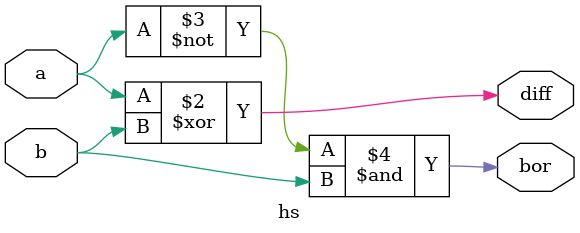
<source format=v>
module hs(input a,b, output reg diff,bor);
always @(*) begin
diff=a^b;
bor=~a&b;
end
endmodule


</source>
